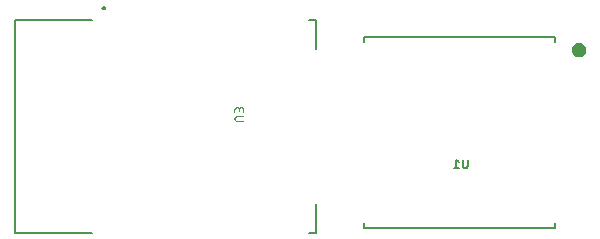
<source format=gbr>
G04 EAGLE Gerber RS-274X export*
G75*
%MOMM*%
%FSLAX34Y34*%
%LPD*%
%INSilkscreen Bottom*%
%IPPOS*%
%AMOC8*
5,1,8,0,0,1.08239X$1,22.5*%
G01*
%ADD10C,0.200000*%
%ADD11C,0.127000*%
%ADD12C,0.076200*%
%ADD13C,0.609600*%
%ADD14C,0.152400*%


D10*
X79850Y239700D02*
X79852Y239763D01*
X79858Y239825D01*
X79868Y239887D01*
X79881Y239949D01*
X79899Y240009D01*
X79920Y240068D01*
X79945Y240126D01*
X79974Y240182D01*
X80006Y240236D01*
X80041Y240288D01*
X80079Y240337D01*
X80121Y240385D01*
X80165Y240429D01*
X80213Y240471D01*
X80262Y240509D01*
X80314Y240544D01*
X80368Y240576D01*
X80424Y240605D01*
X80482Y240630D01*
X80541Y240651D01*
X80601Y240669D01*
X80663Y240682D01*
X80725Y240692D01*
X80787Y240698D01*
X80850Y240700D01*
X80913Y240698D01*
X80975Y240692D01*
X81037Y240682D01*
X81099Y240669D01*
X81159Y240651D01*
X81218Y240630D01*
X81276Y240605D01*
X81332Y240576D01*
X81386Y240544D01*
X81438Y240509D01*
X81487Y240471D01*
X81535Y240429D01*
X81579Y240385D01*
X81621Y240337D01*
X81659Y240288D01*
X81694Y240236D01*
X81726Y240182D01*
X81755Y240126D01*
X81780Y240068D01*
X81801Y240009D01*
X81819Y239949D01*
X81832Y239887D01*
X81842Y239825D01*
X81848Y239763D01*
X81850Y239700D01*
X81848Y239637D01*
X81842Y239575D01*
X81832Y239513D01*
X81819Y239451D01*
X81801Y239391D01*
X81780Y239332D01*
X81755Y239274D01*
X81726Y239218D01*
X81694Y239164D01*
X81659Y239112D01*
X81621Y239063D01*
X81579Y239015D01*
X81535Y238971D01*
X81487Y238929D01*
X81438Y238891D01*
X81386Y238856D01*
X81332Y238824D01*
X81276Y238795D01*
X81218Y238770D01*
X81159Y238749D01*
X81099Y238731D01*
X81037Y238718D01*
X80975Y238708D01*
X80913Y238702D01*
X80850Y238700D01*
X80787Y238702D01*
X80725Y238708D01*
X80663Y238718D01*
X80601Y238731D01*
X80541Y238749D01*
X80482Y238770D01*
X80424Y238795D01*
X80368Y238824D01*
X80314Y238856D01*
X80262Y238891D01*
X80213Y238929D01*
X80165Y238971D01*
X80121Y239015D01*
X80079Y239063D01*
X80041Y239112D01*
X80006Y239164D01*
X79974Y239218D01*
X79945Y239274D01*
X79920Y239332D01*
X79899Y239391D01*
X79881Y239451D01*
X79868Y239513D01*
X79858Y239575D01*
X79852Y239637D01*
X79850Y239700D01*
D11*
X254350Y229700D02*
X260850Y229700D01*
X260850Y205200D01*
X260850Y74200D02*
X260850Y49700D01*
X254350Y49700D01*
X70850Y229700D02*
X5850Y229700D01*
X5850Y49700D01*
X70850Y49700D01*
D12*
X193689Y144178D02*
X199009Y144178D01*
X193689Y144178D02*
X193600Y144180D01*
X193511Y144186D01*
X193422Y144196D01*
X193334Y144209D01*
X193246Y144226D01*
X193159Y144248D01*
X193074Y144273D01*
X192989Y144301D01*
X192906Y144334D01*
X192824Y144370D01*
X192744Y144409D01*
X192666Y144452D01*
X192590Y144498D01*
X192515Y144548D01*
X192443Y144601D01*
X192374Y144657D01*
X192307Y144716D01*
X192242Y144777D01*
X192181Y144842D01*
X192122Y144909D01*
X192066Y144978D01*
X192013Y145050D01*
X191963Y145125D01*
X191917Y145201D01*
X191874Y145279D01*
X191835Y145359D01*
X191799Y145441D01*
X191766Y145524D01*
X191738Y145609D01*
X191713Y145694D01*
X191691Y145781D01*
X191674Y145869D01*
X191661Y145957D01*
X191651Y146046D01*
X191645Y146135D01*
X191643Y146224D01*
X191645Y146313D01*
X191651Y146402D01*
X191661Y146491D01*
X191674Y146579D01*
X191691Y146667D01*
X191713Y146754D01*
X191738Y146839D01*
X191766Y146924D01*
X191799Y147007D01*
X191835Y147089D01*
X191874Y147169D01*
X191917Y147247D01*
X191963Y147323D01*
X192013Y147398D01*
X192066Y147470D01*
X192122Y147539D01*
X192181Y147606D01*
X192242Y147671D01*
X192307Y147732D01*
X192374Y147791D01*
X192443Y147847D01*
X192515Y147900D01*
X192590Y147950D01*
X192666Y147996D01*
X192744Y148039D01*
X192824Y148078D01*
X192906Y148114D01*
X192989Y148147D01*
X193074Y148175D01*
X193159Y148200D01*
X193246Y148222D01*
X193334Y148239D01*
X193422Y148252D01*
X193511Y148262D01*
X193600Y148268D01*
X193689Y148270D01*
X199009Y148270D01*
X191643Y151737D02*
X191643Y153783D01*
X191645Y153872D01*
X191651Y153961D01*
X191661Y154050D01*
X191674Y154138D01*
X191691Y154226D01*
X191713Y154313D01*
X191738Y154398D01*
X191766Y154483D01*
X191799Y154566D01*
X191835Y154648D01*
X191874Y154728D01*
X191917Y154806D01*
X191963Y154882D01*
X192013Y154957D01*
X192066Y155029D01*
X192122Y155098D01*
X192181Y155165D01*
X192242Y155230D01*
X192307Y155291D01*
X192374Y155350D01*
X192443Y155406D01*
X192515Y155459D01*
X192590Y155509D01*
X192666Y155555D01*
X192744Y155598D01*
X192824Y155637D01*
X192906Y155673D01*
X192989Y155706D01*
X193074Y155734D01*
X193159Y155759D01*
X193246Y155781D01*
X193334Y155798D01*
X193422Y155811D01*
X193511Y155821D01*
X193600Y155827D01*
X193689Y155829D01*
X193778Y155827D01*
X193867Y155821D01*
X193956Y155811D01*
X194044Y155798D01*
X194132Y155781D01*
X194219Y155759D01*
X194304Y155734D01*
X194389Y155706D01*
X194472Y155673D01*
X194554Y155637D01*
X194634Y155598D01*
X194712Y155555D01*
X194788Y155509D01*
X194863Y155459D01*
X194935Y155406D01*
X195004Y155350D01*
X195071Y155291D01*
X195136Y155230D01*
X195197Y155165D01*
X195256Y155098D01*
X195312Y155029D01*
X195365Y154957D01*
X195415Y154882D01*
X195461Y154806D01*
X195504Y154728D01*
X195543Y154648D01*
X195579Y154566D01*
X195612Y154483D01*
X195640Y154398D01*
X195665Y154313D01*
X195687Y154226D01*
X195704Y154138D01*
X195717Y154050D01*
X195727Y153961D01*
X195733Y153872D01*
X195735Y153783D01*
X199009Y154192D02*
X199009Y151737D01*
X199009Y154192D02*
X199007Y154271D01*
X199001Y154350D01*
X198992Y154429D01*
X198979Y154507D01*
X198961Y154584D01*
X198941Y154660D01*
X198916Y154735D01*
X198888Y154809D01*
X198857Y154882D01*
X198821Y154953D01*
X198783Y155022D01*
X198741Y155089D01*
X198696Y155154D01*
X198648Y155217D01*
X198597Y155278D01*
X198543Y155335D01*
X198487Y155391D01*
X198428Y155443D01*
X198366Y155493D01*
X198302Y155539D01*
X198236Y155583D01*
X198168Y155623D01*
X198098Y155659D01*
X198026Y155693D01*
X197952Y155723D01*
X197878Y155749D01*
X197802Y155772D01*
X197725Y155790D01*
X197648Y155806D01*
X197569Y155817D01*
X197491Y155825D01*
X197412Y155829D01*
X197332Y155829D01*
X197253Y155825D01*
X197175Y155817D01*
X197096Y155806D01*
X197019Y155790D01*
X196942Y155772D01*
X196866Y155749D01*
X196792Y155723D01*
X196718Y155693D01*
X196646Y155659D01*
X196576Y155623D01*
X196508Y155583D01*
X196442Y155539D01*
X196378Y155493D01*
X196316Y155443D01*
X196257Y155391D01*
X196201Y155335D01*
X196147Y155278D01*
X196096Y155217D01*
X196048Y155154D01*
X196003Y155089D01*
X195961Y155022D01*
X195923Y154953D01*
X195887Y154882D01*
X195856Y154809D01*
X195828Y154735D01*
X195803Y154660D01*
X195783Y154584D01*
X195765Y154507D01*
X195752Y154429D01*
X195743Y154350D01*
X195737Y154271D01*
X195735Y154192D01*
X195735Y152555D01*
D11*
X301050Y57450D02*
X301050Y53450D01*
X463050Y53450D01*
X463050Y57450D01*
X301050Y211450D02*
X301050Y215450D01*
X463050Y215450D01*
X463050Y211450D01*
D13*
X480050Y204450D02*
X480052Y204559D01*
X480058Y204668D01*
X480068Y204776D01*
X480082Y204884D01*
X480099Y204992D01*
X480121Y205099D01*
X480146Y205205D01*
X480176Y205309D01*
X480209Y205413D01*
X480246Y205516D01*
X480286Y205617D01*
X480330Y205716D01*
X480378Y205814D01*
X480430Y205911D01*
X480484Y206005D01*
X480542Y206097D01*
X480604Y206187D01*
X480669Y206274D01*
X480736Y206360D01*
X480807Y206443D01*
X480881Y206523D01*
X480958Y206600D01*
X481037Y206675D01*
X481119Y206746D01*
X481204Y206815D01*
X481291Y206880D01*
X481380Y206943D01*
X481472Y207001D01*
X481566Y207057D01*
X481661Y207109D01*
X481759Y207158D01*
X481858Y207203D01*
X481959Y207245D01*
X482061Y207282D01*
X482164Y207316D01*
X482269Y207347D01*
X482375Y207373D01*
X482481Y207396D01*
X482589Y207414D01*
X482697Y207429D01*
X482805Y207440D01*
X482914Y207447D01*
X483023Y207450D01*
X483132Y207449D01*
X483241Y207444D01*
X483349Y207435D01*
X483457Y207422D01*
X483565Y207405D01*
X483672Y207385D01*
X483778Y207360D01*
X483883Y207332D01*
X483987Y207300D01*
X484090Y207264D01*
X484192Y207224D01*
X484292Y207181D01*
X484390Y207134D01*
X484487Y207084D01*
X484581Y207030D01*
X484674Y206972D01*
X484765Y206912D01*
X484853Y206848D01*
X484939Y206781D01*
X485022Y206711D01*
X485103Y206638D01*
X485181Y206562D01*
X485256Y206483D01*
X485329Y206401D01*
X485398Y206317D01*
X485464Y206231D01*
X485527Y206142D01*
X485587Y206051D01*
X485644Y205958D01*
X485697Y205863D01*
X485746Y205766D01*
X485792Y205667D01*
X485834Y205567D01*
X485873Y205465D01*
X485908Y205361D01*
X485939Y205257D01*
X485967Y205152D01*
X485990Y205045D01*
X486010Y204938D01*
X486026Y204830D01*
X486038Y204722D01*
X486046Y204613D01*
X486050Y204504D01*
X486050Y204396D01*
X486046Y204287D01*
X486038Y204178D01*
X486026Y204070D01*
X486010Y203962D01*
X485990Y203855D01*
X485967Y203748D01*
X485939Y203643D01*
X485908Y203539D01*
X485873Y203435D01*
X485834Y203333D01*
X485792Y203233D01*
X485746Y203134D01*
X485697Y203037D01*
X485644Y202942D01*
X485587Y202849D01*
X485527Y202758D01*
X485464Y202669D01*
X485398Y202583D01*
X485329Y202499D01*
X485256Y202417D01*
X485181Y202338D01*
X485103Y202262D01*
X485022Y202189D01*
X484939Y202119D01*
X484853Y202052D01*
X484765Y201988D01*
X484674Y201928D01*
X484581Y201870D01*
X484487Y201816D01*
X484390Y201766D01*
X484292Y201719D01*
X484192Y201676D01*
X484090Y201636D01*
X483987Y201600D01*
X483883Y201568D01*
X483778Y201540D01*
X483672Y201515D01*
X483565Y201495D01*
X483457Y201478D01*
X483349Y201465D01*
X483241Y201456D01*
X483132Y201451D01*
X483023Y201450D01*
X482914Y201453D01*
X482805Y201460D01*
X482697Y201471D01*
X482589Y201486D01*
X482481Y201504D01*
X482375Y201527D01*
X482269Y201553D01*
X482164Y201584D01*
X482061Y201618D01*
X481959Y201655D01*
X481858Y201697D01*
X481759Y201742D01*
X481661Y201791D01*
X481566Y201843D01*
X481472Y201899D01*
X481380Y201957D01*
X481291Y202020D01*
X481204Y202085D01*
X481119Y202154D01*
X481037Y202225D01*
X480958Y202300D01*
X480881Y202377D01*
X480807Y202457D01*
X480736Y202540D01*
X480669Y202626D01*
X480604Y202713D01*
X480542Y202803D01*
X480484Y202895D01*
X480430Y202989D01*
X480378Y203086D01*
X480330Y203184D01*
X480286Y203283D01*
X480246Y203384D01*
X480209Y203487D01*
X480176Y203591D01*
X480146Y203695D01*
X480121Y203801D01*
X480099Y203908D01*
X480082Y204016D01*
X480068Y204124D01*
X480058Y204232D01*
X480052Y204341D01*
X480050Y204450D01*
D14*
X388960Y110828D02*
X388960Y106058D01*
X388959Y106058D02*
X388957Y105973D01*
X388951Y105889D01*
X388941Y105805D01*
X388928Y105721D01*
X388910Y105638D01*
X388889Y105556D01*
X388864Y105475D01*
X388835Y105395D01*
X388803Y105317D01*
X388767Y105241D01*
X388727Y105166D01*
X388684Y105093D01*
X388638Y105022D01*
X388589Y104953D01*
X388536Y104886D01*
X388480Y104822D01*
X388422Y104761D01*
X388361Y104703D01*
X388297Y104647D01*
X388230Y104594D01*
X388161Y104545D01*
X388090Y104499D01*
X388017Y104456D01*
X387942Y104416D01*
X387866Y104380D01*
X387788Y104348D01*
X387708Y104319D01*
X387627Y104294D01*
X387545Y104273D01*
X387462Y104255D01*
X387378Y104242D01*
X387294Y104232D01*
X387210Y104226D01*
X387125Y104224D01*
X387040Y104226D01*
X386956Y104232D01*
X386872Y104242D01*
X386788Y104255D01*
X386705Y104273D01*
X386623Y104294D01*
X386542Y104319D01*
X386462Y104348D01*
X386384Y104380D01*
X386308Y104416D01*
X386233Y104456D01*
X386160Y104499D01*
X386089Y104545D01*
X386020Y104594D01*
X385953Y104647D01*
X385889Y104703D01*
X385828Y104761D01*
X385770Y104822D01*
X385714Y104886D01*
X385661Y104953D01*
X385612Y105022D01*
X385566Y105093D01*
X385523Y105166D01*
X385483Y105241D01*
X385447Y105317D01*
X385415Y105395D01*
X385386Y105475D01*
X385361Y105556D01*
X385340Y105638D01*
X385322Y105721D01*
X385309Y105805D01*
X385299Y105889D01*
X385293Y105973D01*
X385291Y106058D01*
X385291Y110828D01*
X381401Y109360D02*
X379566Y110828D01*
X379566Y104224D01*
X377732Y104224D02*
X381401Y104224D01*
M02*

</source>
